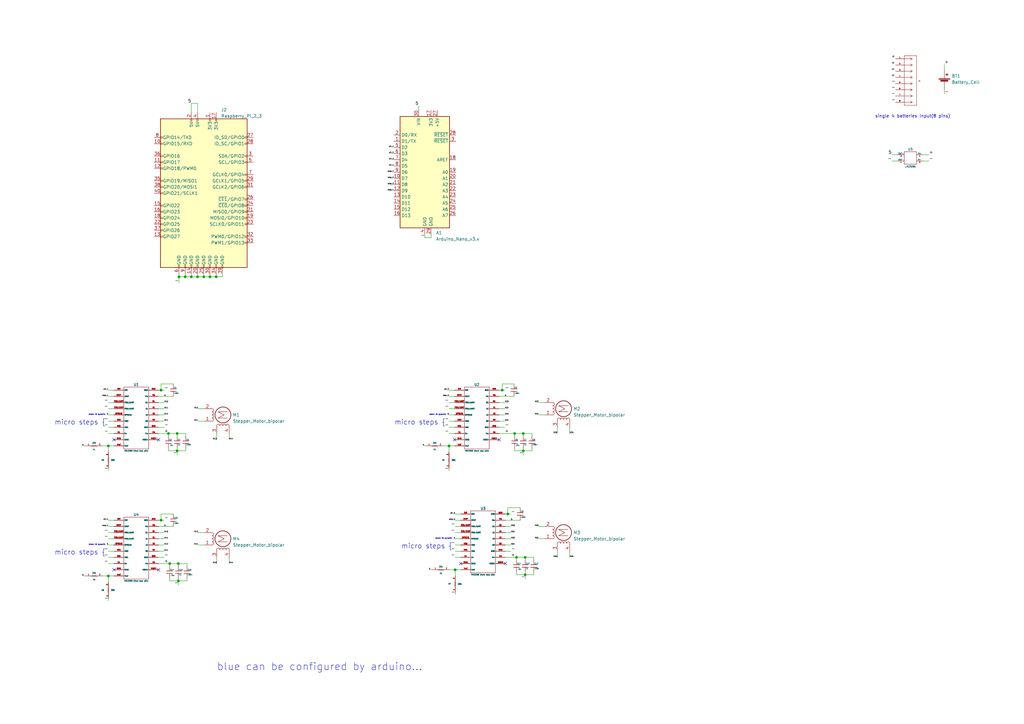
<source format=kicad_sch>
(kicad_sch (version 20211123) (generator eeschema)
  (paper "A3")
  (title_block (title "3D robot project - electronics") (rev "v0.9") (comment 1 "made by:") (comment 2 "AbdAlHaleem Bakkor Mustafa"))
  (lib_symbols
    (symbol "Capacitors:C0603xxxxxxxxxxx" (pin_numbers hide) (pin_names (offset 1.651) hide)
      (property "Reference" "C" (at 0 2.286 0))
      (property "Value" "C0603xxxxxxxxxxx" (at 0 -2.54 0))
      (symbol "C0603xxxxxxxxxxx_1_1"
        (pin unspecified line (at -2.54 0 0) (length 2) (name "") (number "1"))
        (pin unspecified line (at 2.54 0 180) (length 2) (name "2") (number "2"))
      )
    )
    (symbol "Connector:Raspberry_Pi_2_3" (pin_names (offset 1.016))
      (property "Reference" "J" (at -17.78 31.75 0))
      (property "Value" "Raspberry_Pi_2_3" (at 10.16 -31.75 0))
      (symbol "Raspberry_Pi_2_3_1_1"
        (pin power_in line (at 2.54 33.02 270) (length 2.54) (name "3V3") (number "1"))
        (pin bidirectional line (at -20.32 20.32 0) (length 2.54) (name "GPIO15/RXD") (number "10"))
        (pin bidirectional line (at -20.32 12.7 0) (length 2.54) (name "GPIO17") (number "11"))
        (pin bidirectional line (at -20.32 10.16 0) (length 2.54) (name "GPIO18/PWM0") (number "12"))
        (pin bidirectional line (at -20.32 -17.78 0) (length 2.54) (name "GPIO27") (number "13"))
        (pin power_in line (at -5.08 -33.02 90) (length 2.54) (name "GND") (number "14"))
        (pin bidirectional line (at -20.32 -5.08 0) (length 2.54) (name "GPIO22") (number "15"))
        (pin bidirectional line (at -20.32 -7.62 0) (length 2.54) (name "GPIO23") (number "16"))
        (pin power_in line (at 5.08 33.02 270) (length 2.54) (name "3V3") (number "17"))
        (pin bidirectional line (at -20.32 -10.16 0) (length 2.54) (name "GPIO24") (number "18"))
        (pin bidirectional line (at 20.32 -10.16 180) (length 2.54) (name "MOSI0/GPIO10") (number "19"))
        (pin power_in line (at -5.08 33.02 270) (length 2.54) (name "5V") (number "2"))
        (pin power_in line (at -2.54 -33.02 90) (length 2.54) (name "GND") (number "20"))
        (pin bidirectional line (at 20.32 -7.62 180) (length 2.54) (name "MISO0/GPIO9") (number "21"))
        (pin bidirectional line (at -20.32 -12.7 0) (length 2.54) (name "GPIO25") (number "22"))
        (pin bidirectional line (at 20.32 -12.7 180) (length 2.54) (name "SCLK0/GPIO11") (number "23"))
        (pin bidirectional line (at 20.32 -5.08 180) (length 2.54) (name "~{CE0}/GPIO8") (number "24"))
        (pin power_in line (at 0 -33.02 90) (length 2.54) (name "GND") (number "25"))
        (pin bidirectional line (at 20.32 -2.54 180) (length 2.54) (name "~{CE1}/GPIO7") (number "26"))
        (pin bidirectional line (at 20.32 22.86 180) (length 2.54) (name "ID_SD/GPIO0") (number "27"))
        (pin bidirectional line (at 20.32 20.32 180) (length 2.54) (name "ID_SC/GPIO1") (number "28"))
        (pin bidirectional line (at 20.32 5.08 180) (length 2.54) (name "GCLK1/GPIO5") (number "29"))
        (pin bidirectional line (at 20.32 15.24 180) (length 2.54) (name "SDA/GPIO2") (number "3"))
        (pin power_in line (at 2.54 -33.02 90) (length 2.54) (name "GND") (number "30"))
        (pin bidirectional line (at 20.32 2.54 180) (length 2.54) (name "GCLK2/GPIO6") (number "31"))
        (pin bidirectional line (at 20.32 -17.78 180) (length 2.54) (name "PWM0/GPIO12") (number "32"))
        (pin bidirectional line (at 20.32 -20.32 180) (length 2.54) (name "PWM1/GPIO13") (number "33"))
        (pin power_in line (at 5.08 -33.02 90) (length 2.54) (name "GND") (number "34"))
        (pin bidirectional line (at -20.32 5.08 0) (length 2.54) (name "GPIO19/MISO1") (number "35"))
        (pin bidirectional line (at -20.32 15.24 0) (length 2.54) (name "GPIO16") (number "36"))
        (pin bidirectional line (at -20.32 -15.24 0) (length 2.54) (name "GPIO26") (number "37"))
        (pin bidirectional line (at -20.32 2.54 0) (length 2.54) (name "GPIO20/MOSI1") (number "38"))
        (pin power_in line (at 7.62 -33.02 90) (length 2.54) (name "GND") (number "39"))
        (pin power_in line (at -2.54 33.02 270) (length 2.54) (name "5V") (number "4"))
        (pin bidirectional line (at -20.32 0 0) (length 2.54) (name "GPIO21/SCLK1") (number "40"))
        (pin bidirectional line (at 20.32 12.7 180) (length 2.54) (name "SCL/GPIO3") (number "5"))
        (pin power_in line (at -10.16 -33.02 90) (length 2.54) (name "GND") (number "6"))
        (pin bidirectional line (at 20.32 7.62 180) (length 2.54) (name "GCLK0/GPIO4") (number "7"))
        (pin bidirectional line (at -20.32 22.86 0) (length 2.54) (name "GPIO14/TXD") (number "8"))
        (pin power_in line (at -7.62 -33.02 90) (length 2.54) (name "GND") (number "9"))
      )
    )
    (symbol "Connectors:282856-8" (pin_names (offset 0.254) hide)
      (property "Reference" "J" (at 0 12.192 0))
      (symbol "282856-8_1_1"
        (pin unspecified line (at -6.096 8.89 0) (length 3.5) (name "1") (number "1"))
        (pin unspecified line (at -6.096 6.35 0) (length 3.5) (name "2") (number "2"))
        (pin unspecified line (at -6.096 3.81 0) (length 3.5) (name "3") (number "3"))
        (pin unspecified line (at -6.096 1.27 0) (length 3.5) (name "4") (number "4"))
        (pin unspecified line (at -6.096 -1.27 0) (length 3.5) (name "5") (number "5"))
        (pin unspecified line (at -6.096 -3.81 0) (length 3.5) (name "6") (number "6"))
        (pin unspecified line (at -6.096 -6.35 0) (length 3.5) (name "7") (number "7"))
        (pin unspecified line (at -6.096 -8.89 0) (length 3.5) (name "8") (number "8"))
      )
    )
    (symbol "Device:Battery_Cell" (pin_numbers hide) (pin_names (offset 0) hide)
      (property "Reference" "BT" (at 2.54 2.54 0))
      (property "Value" "Battery_Cell" (at 2.54 0 0))
      (symbol "Battery_Cell_1_1"
        (pin passive line (at 0 5.08 270) (length 2.54) (name "+") (number "1"))
        (pin passive line (at 0 -2.54 90) (length 2.54) (name "-") (number "2"))
      )
    )
    (symbol "ICs:LM2596" (pin_names (offset 0))
      (property "Reference" "U" (at 0 3.556 0))
      (property "Value" "LM2596" (at 0 -3.556 0))
      (symbol "LM2596_1_1"
        (pin power_in line (at -5.08 1.27 0) (length 2.5) (name "IN+") (number "1"))
        (pin power_in line (at -5.08 -1.27 0) (length 2.5) (name "IN-") (number "2"))
        (pin power_in line (at 5.08 1.27 180) (length 2.5) (name "OUT+") (number "3"))
        (pin power_in line (at 5.08 -1.27 180) (length 2.5) (name "OUT-") (number "4"))
      )
    )
    (symbol "ICs:TMC2209 silent step stick" (pin_names (offset 0.254))
      (property "Reference" "U" (at 0 12.446 0))
      (property "Value" "TMC2209 silent step stick" (at 0 -14.732 0))
      (symbol "TMC2209 silent step stick_1_1"
        (pin unspecified line (at 9.144 2.54 180) (length 4) (name "A1") (number "A1"))
        (pin unspecified line (at 9.144 0 180) (length 4) (name "A2") (number "A2"))
        (pin unspecified line (at 9.144 5.08 180) (length 4) (name "B1") (number "B1"))
        (pin unspecified line (at 9.144 -2.54 180) (length 4) (name "B2") (number "B2"))
        (pin unspecified line (at -9.144 -10.16 0) (length 4) (name "DIAG") (number "DIAG"))
        (pin unspecified line (at -9.144 10.16 0) (length 4) (name "DIR") (number "DIR"))
        (pin unspecified line (at -9.144 -7.62 0) (length 4) (name "En") (number "En"))
        (pin unspecified line (at 9.144 -5.08 180) (length 4) (name "GND") (number "GND"))
        (pin unspecified line (at 9.144 10.16 180) (length 4) (name "GND") (number "GND"))
        (pin unspecified line (at 9.144 -10.16 180) (length 4) (name "INDEX") (number "INDEX"))
        (pin unspecified line (at -9.144 -5.08 0) (length 4) (name "MS1") (number "MS1"))
        (pin unspecified line (at -9.144 -2.54 0) (length 4) (name "MS2") (number "MS2"))
        (pin unspecified line (at -9.144 2.54 0) (length 4) (name "PDN/UART") (number "PDN/UART"))
        (pin unspecified line (at -9.144 5.08 0) (length 4) (name "PDN/UART") (number "PDN/UART"))
        (pin unspecified line (at -9.144 0 0) (length 4) (name "SPREAD") (number "SPREAD"))
        (pin unspecified line (at -9.144 7.62 0) (length 4) (name "STEP") (number "STEP"))
        (pin unspecified line (at 9.144 7.62 180) (length 4) (name "Vio") (number "Vio"))
        (pin unspecified line (at 9.144 -7.62 180) (length 4) (name "Vm") (number "Vm"))
        (pin unspecified line (at -9.144 -12.7 0) (length 4) (name "Vref") (number "Vref"))
      )
    )
    (symbol "MCU_Module:Arduino_Nano_v3.x"
      (property "Reference" "A" (at -10.16 23.495 0))
      (property "Value" "Arduino_Nano_v3.x" (at 5.08 -24.13 0))
      (symbol "Arduino_Nano_v3.x_1_1"
        (pin bidirectional line (at -12.7 12.7 0) (length 2.54) (name "D1/TX") (number "1"))
        (pin bidirectional line (at -12.7 -2.54 0) (length 2.54) (name "D7") (number "10"))
        (pin bidirectional line (at -12.7 -5.08 0) (length 2.54) (name "D8") (number "11"))
        (pin bidirectional line (at -12.7 -7.62 0) (length 2.54) (name "D9") (number "12"))
        (pin bidirectional line (at -12.7 -10.16 0) (length 2.54) (name "D10") (number "13"))
        (pin bidirectional line (at -12.7 -12.7 0) (length 2.54) (name "D11") (number "14"))
        (pin bidirectional line (at -12.7 -15.24 0) (length 2.54) (name "D12") (number "15"))
        (pin bidirectional line (at -12.7 -17.78 0) (length 2.54) (name "D13") (number "16"))
        (pin power_out line (at 2.54 25.4 270) (length 2.54) (name "3V3") (number "17"))
        (pin input line (at 12.7 5.08 180) (length 2.54) (name "AREF") (number "18"))
        (pin bidirectional line (at 12.7 0 180) (length 2.54) (name "A0") (number "19"))
        (pin bidirectional line (at -12.7 15.24 0) (length 2.54) (name "D0/RX") (number "2"))
        (pin bidirectional line (at 12.7 -2.54 180) (length 2.54) (name "A1") (number "20"))
        (pin bidirectional line (at 12.7 -5.08 180) (length 2.54) (name "A2") (number "21"))
        (pin bidirectional line (at 12.7 -7.62 180) (length 2.54) (name "A3") (number "22"))
        (pin bidirectional line (at 12.7 -10.16 180) (length 2.54) (name "A4") (number "23"))
        (pin bidirectional line (at 12.7 -12.7 180) (length 2.54) (name "A5") (number "24"))
        (pin bidirectional line (at 12.7 -15.24 180) (length 2.54) (name "A6") (number "25"))
        (pin bidirectional line (at 12.7 -17.78 180) (length 2.54) (name "A7") (number "26"))
        (pin power_out line (at 5.08 25.4 270) (length 2.54) (name "+5V") (number "27"))
        (pin input line (at 12.7 15.24 180) (length 2.54) (name "~{RESET}") (number "28"))
        (pin power_in line (at 2.54 -25.4 90) (length 2.54) (name "GND") (number "29"))
        (pin input line (at 12.7 12.7 180) (length 2.54) (name "~{RESET}") (number "3"))
        (pin power_in line (at -2.54 25.4 270) (length 2.54) (name "VIN") (number "30"))
        (pin power_in line (at 0 -25.4 90) (length 2.54) (name "GND") (number "4"))
        (pin bidirectional line (at -12.7 10.16 0) (length 2.54) (name "D2") (number "5"))
        (pin bidirectional line (at -12.7 7.62 0) (length 2.54) (name "D3") (number "6"))
        (pin bidirectional line (at -12.7 5.08 0) (length 2.54) (name "D4") (number "7"))
        (pin bidirectional line (at -12.7 2.54 0) (length 2.54) (name "D5") (number "8"))
        (pin bidirectional line (at -12.7 0 0) (length 2.54) (name "D6") (number "9"))
      )
    )
    (symbol "Motor:Stepper_Motor_bipolar" (pin_names (offset 0) hide)
      (property "Reference" "M" (at 3.81 2.54 0))
      (property "Value" "Stepper_Motor_bipolar" (at 3.81 1.27 0))
      (symbol "Stepper_Motor_bipolar_1_1"
        (pin passive line (at -2.54 7.62 270) (length 2.54) (name "~") (number "1"))
        (pin passive line (at 2.54 7.62 270) (length 2.54) (name "-") (number "2"))
        (pin passive line (at -7.62 2.54 0) (length 2.54) (name "~") (number "3"))
        (pin passive line (at -7.62 -2.54 0) (length 2.54) (name "~") (number "4"))
      )
    )
    (symbol "Resistors:MCR03EZPFX" (pin_names (offset 0))
      (property "Reference" "R" (at 0 1.778 0))
      (property "Value" "MCR03EZPFX" (at 0 -2.032 0))
      (symbol "MCR03EZPFX_1_1"
        (pin passive line (at -3.302 0 0) (length 2) (name "") (number "1"))
        (pin passive line (at 3.302 0 180) (length 2) (name "") (number "2"))
      )
    )
    (symbol "TMC2209 silent step stick_1" (pin_names (offset 0.254))
      (property "Reference" "U" (at 0 12.446 0))
      (property "Value" "TMC2209 silent step stick_1" (at 0 -14.732 0))
      (symbol "TMC2209 silent step stick_1_1_1"
        (pin unspecified line (at 9.144 2.54 180) (length 4) (name "A1") (number "A1"))
        (pin unspecified line (at 9.144 0 180) (length 4) (name "A2") (number "A2"))
        (pin unspecified line (at 9.144 5.08 180) (length 4) (name "B1") (number "B1"))
        (pin unspecified line (at 9.144 -2.54 180) (length 4) (name "B2") (number "B2"))
        (pin unspecified line (at -9.144 -10.16 0) (length 4) (name "DIAG") (number "DIAG"))
        (pin unspecified line (at -9.144 10.16 0) (length 4) (name "DIR") (number "DIR"))
        (pin unspecified line (at -9.144 -7.62 0) (length 4) (name "En") (number "En"))
        (pin unspecified line (at 9.144 -5.08 180) (length 4) (name "GND") (number "GND"))
        (pin unspecified line (at 9.144 10.16 180) (length 4) (name "GND") (number "GND"))
        (pin unspecified line (at 9.144 -10.16 180) (length 4) (name "INDEX") (number "INDEX"))
        (pin unspecified line (at -9.144 -5.08 0) (length 4) (name "MS1") (number "MS1"))
        (pin unspecified line (at -9.144 -2.54 0) (length 4) (name "MS2") (number "MS2"))
        (pin unspecified line (at -9.144 2.54 0) (length 4) (name "PDN/UART") (number "PDN/UART"))
        (pin unspecified line (at -9.144 5.08 0) (length 4) (name "PDN/UART") (number "PDN/UART"))
        (pin unspecified line (at -9.144 0 0) (length 4) (name "SPREAD") (number "SPREAD"))
        (pin unspecified line (at -9.144 7.62 0) (length 4) (name "STEP") (number "STEP"))
        (pin unspecified line (at 9.144 7.62 180) (length 4) (name "Vio") (number "Vio"))
        (pin unspecified line (at 9.144 -7.62 180) (length 4) (name "Vm") (number "Vm"))
        (pin unspecified line (at -9.144 -12.7 0) (length 4) (name "Vref") (number "Vref"))
      )
    )
    (symbol "TMC2209 silent step stick_2" (pin_names (offset 0.254))
      (property "Reference" "U" (at 0 12.446 0))
      (property "Value" "TMC2209 silent step stick_2" (at 0 -14.732 0))
      (symbol "TMC2209 silent step stick_2_1_1"
        (pin unspecified line (at 9.144 2.54 180) (length 4) (name "A1") (number "A1"))
        (pin unspecified line (at 9.144 0 180) (length 4) (name "A2") (number "A2"))
        (pin unspecified line (at 9.144 5.08 180) (length 4) (name "B1") (number "B1"))
        (pin unspecified line (at 9.144 -2.54 180) (length 4) (name "B2") (number "B2"))
        (pin unspecified line (at -9.144 -10.16 0) (length 4) (name "DIAG") (number "DIAG"))
        (pin unspecified line (at -9.144 10.16 0) (length 4) (name "DIR") (number "DIR"))
        (pin unspecified line (at -9.144 -7.62 0) (length 4) (name "En") (number "En"))
        (pin unspecified line (at 9.144 -5.08 180) (length 4) (name "GND") (number "GND"))
        (pin unspecified line (at 9.144 10.16 180) (length 4) (name "GND") (number "GND"))
        (pin unspecified line (at 9.144 -10.16 180) (length 4) (name "INDEX") (number "INDEX"))
        (pin unspecified line (at -9.144 -5.08 0) (length 4) (name "MS1") (number "MS1"))
        (pin unspecified line (at -9.144 -2.54 0) (length 4) (name "MS2") (number "MS2"))
        (pin unspecified line (at -9.144 2.54 0) (length 4) (name "PDN/UART") (number "PDN/UART"))
        (pin unspecified line (at -9.144 5.08 0) (length 4) (name "PDN/UART") (number "PDN/UART"))
        (pin unspecified line (at -9.144 0 0) (length 4) (name "SPREAD") (number "SPREAD"))
        (pin unspecified line (at -9.144 7.62 0) (length 4) (name "STEP") (number "STEP"))
        (pin unspecified line (at 9.144 7.62 180) (length 4) (name "Vio") (number "Vio"))
        (pin unspecified line (at 9.144 -7.62 180) (length 4) (name "Vm") (number "Vm"))
        (pin unspecified line (at -9.144 -12.7 0) (length 4) (name "Vref") (number "Vref"))
      )
    )
    (symbol "TMC2209 silent step stick_3" (pin_names (offset 0.254))
      (property "Reference" "U" (at 0 12.446 0))
      (property "Value" "TMC2209 silent step stick_3" (at 0 -14.732 0))
      (symbol "TMC2209 silent step stick_3_1_1"
        (pin unspecified line (at 9.144 2.54 180) (length 4) (name "A1") (number "A1"))
        (pin unspecified line (at 9.144 0 180) (length 4) (name "A2") (number "A2"))
        (pin unspecified line (at 9.144 5.08 180) (length 4) (name "B1") (number "B1"))
        (pin unspecified line (at 9.144 -2.54 180) (length 4) (name "B2") (number "B2"))
        (pin unspecified line (at -9.144 -10.16 0) (length 4) (name "DIAG") (number "DIAG"))
        (pin unspecified line (at -9.144 10.16 0) (length 4) (name "DIR") (number "DIR"))
        (pin unspecified line (at -9.144 -7.62 0) (length 4) (name "En") (number "En"))
        (pin unspecified line (at 9.144 -5.08 180) (length 4) (name "GND") (number "GND"))
        (pin unspecified line (at 9.144 10.16 180) (length 4) (name "GND") (number "GND"))
        (pin unspecified line (at 9.144 -10.16 180) (length 4) (name "INDEX") (number "INDEX"))
        (pin unspecified line (at -9.144 -5.08 0) (length 4) (name "MS1") (number "MS1"))
        (pin unspecified line (at -9.144 -2.54 0) (length 4) (name "MS2") (number "MS2"))
        (pin unspecified line (at -9.144 2.54 0) (length 4) (name "PDN/UART") (number "PDN/UART"))
        (pin unspecified line (at -9.144 5.08 0) (length 4) (name "PDN/UART") (number "PDN/UART"))
        (pin unspecified line (at -9.144 0 0) (length 4) (name "SPREAD") (number "SPREAD"))
        (pin unspecified line (at -9.144 7.62 0) (length 4) (name "STEP") (number "STEP"))
        (pin unspecified line (at 9.144 7.62 180) (length 4) (name "Vio") (number "Vio"))
        (pin unspecified line (at 9.144 -7.62 180) (length 4) (name "Vm") (number "Vm"))
        (pin unspecified line (at -9.144 -12.7 0) (length 4) (name "Vref") (number "Vref"))
      )
    )
  )
  (junction (at 69.596 231.14))
  (junction (at 78.486 113.538))
  (junction (at 66.04 213.36))
  (junction (at 88.646 113.538))
  (junction (at 44.45 236.22))
  (junction (at 184.15 182.88))
  (junction (at 208.28 210.82))
  (junction (at 211.836 228.6))
  (junction (at 73.406 113.538))
  (junction (at 214.63 184.912))
  (junction (at 205.994 160.02))
  (junction (at 86.106 113.538))
  (junction (at 83.566 113.538))
  (junction (at 73.152 231.14))
  (junction (at 69.088 177.8))
  (junction (at 211.074 177.8))
  (junction (at 44.45 182.88))
  (junction (at 72.644 184.912))
  (junction (at 75.946 113.538))
  (junction (at 214.63 177.8))
  (junction (at 215.392 235.712))
  (junction (at 186.69 233.68))
  (junction (at 81.026 113.538))
  (junction (at 73.152 238.252))
  (junction (at 215.392 228.6))
  (junction (at 72.644 177.8))
  (junction (at 66.04 160.02))
  (no_connect (at 204.724 180.34))
  (no_connect (at 65.024 233.68))
  (no_connect (at 65.024 180.34))
  (no_connect (at 46.736 180.34))
  (no_connect (at 186.436 180.34))
  (no_connect (at 188.976 231.14))
  (no_connect (at 207.264 231.14))
  (no_connect (at 46.736 233.68))
  (wire (pts (xy 65.024 231.14) (xy 69.596 231.14)))
  (wire (pts (xy 44.45 172.72) (xy 46.736 172.72)))
  (wire (pts (xy 66.04 213.36) (xy 67.31 213.36)))
  (wire (pts (xy 215.392 234.696) (xy 215.392 235.712)))
  (wire (pts (xy 186.69 210.82) (xy 188.976 210.82)))
  (wire (pts (xy 44.45 223.52) (xy 46.736 223.52)))
  (wire (pts (xy 220.98 165.1) (xy 223.52 165.1)))
  (wire (pts (xy 207.264 223.52) (xy 209.55 223.52)))
  (wire (pts (xy 44.45 182.88) (xy 44.45 185.42)))
  (wire (pts (xy 78.486 113.538) (xy 75.946 113.538)))
  (wire (pts (xy 218.948 228.6) (xy 218.948 229.616)))
  (wire (pts (xy 88.9 228.6) (xy 88.9 231.14)))
  (wire (pts (xy 44.45 245.364) (xy 44.45 246.38)))
  (wire (pts (xy 378.46 66.04) (xy 381 66.04)))
  (wire (pts (xy 81.28 167.64) (xy 83.82 167.64)))
  (wire (pts (xy 65.024 172.72) (xy 67.31 172.72)))
  (wire (pts (xy 72.644 183.896) (xy 72.644 184.912)))
  (wire (pts (xy 184.15 175.26) (xy 186.436 175.26)))
  (wire (pts (xy 215.392 228.6) (xy 218.948 228.6)))
  (wire (pts (xy 73.152 238.252) (xy 73.152 240.03)))
  (wire (pts (xy 176.784 97.536) (xy 176.784 96.012)))
  (wire (pts (xy 220.98 215.9) (xy 223.52 215.9)))
  (wire (pts (xy 211.836 228.6) (xy 211.836 229.616)))
  (wire (pts (xy 44.45 165.1) (xy 46.736 165.1)))
  (wire (pts (xy 73.406 112.268) (xy 73.406 113.538)))
  (wire (pts (xy 44.45 162.56) (xy 46.736 162.56)))
  (wire (pts (xy 69.596 231.14) (xy 69.596 232.156)))
  (wire (pts (xy 66.04 160.02) (xy 66.04 157.48)))
  (wire (pts (xy 75.946 112.268) (xy 75.946 113.538)))
  (wire (pts (xy 66.04 157.48) (xy 71.12 157.48)))
  (wire (pts (xy 214.63 177.8) (xy 218.186 177.8)))
  (wire (pts (xy 83.566 113.538) (xy 81.026 113.538)))
  (wire (pts (xy 73.152 231.14) (xy 73.152 232.156)))
  (wire (pts (xy 186.69 233.68) (xy 186.69 236.22)))
  (wire (pts (xy 69.596 231.14) (xy 73.152 231.14)))
  (wire (pts (xy 365.76 66.04) (xy 368.3 66.04)))
  (wire (pts (xy 186.69 223.52) (xy 188.976 223.52)))
  (wire (pts (xy 44.45 231.14) (xy 46.736 231.14)))
  (wire (pts (xy 66.04 210.82) (xy 71.12 210.82)))
  (wire (pts (xy 214.63 184.912) (xy 214.63 186.69)))
  (wire (pts (xy 205.994 157.48) (xy 205.994 160.02)))
  (wire (pts (xy 73.152 238.252) (xy 76.708 238.252)))
  (wire (pts (xy 207.264 228.6) (xy 211.836 228.6)))
  (wire (pts (xy 72.644 177.8) (xy 76.2 177.8)))
  (wire (pts (xy 184.15 165.1) (xy 186.436 165.1)))
  (wire (pts (xy 34.29 236.22) (xy 35.306 236.22)))
  (wire (pts (xy 207.264 220.98) (xy 209.55 220.98)))
  (wire (pts (xy 184.15 182.88) (xy 186.436 182.88)))
  (wire (pts (xy 44.45 218.44) (xy 46.736 218.44)))
  (wire (pts (xy 41.91 182.88) (xy 44.45 182.88)))
  (wire (pts (xy 378.46 63.5) (xy 381 63.5)))
  (wire (pts (xy 218.186 177.8) (xy 218.186 178.816)))
  (wire (pts (xy 214.63 183.896) (xy 214.63 184.912)))
  (wire (pts (xy 75.946 113.538) (xy 73.406 113.538)))
  (wire (pts (xy 184.15 182.88) (xy 184.15 185.42)))
  (wire (pts (xy 186.69 220.98) (xy 188.976 220.98)))
  (wire (pts (xy 208.28 208.28) (xy 213.36 208.28)))
  (wire (pts (xy 211.074 177.8) (xy 211.074 178.816)))
  (wire (pts (xy 81.28 223.52) (xy 83.82 223.52)))
  (wire (pts (xy 65.024 162.56) (xy 71.12 162.56)))
  (wire (pts (xy 233.68 175.26) (xy 233.68 177.8)))
  (wire (pts (xy 181.61 182.88) (xy 184.15 182.88)))
  (wire (pts (xy 204.724 175.26) (xy 207.01 175.26)))
  (wire (pts (xy 93.98 177.8) (xy 93.98 180.34)))
  (wire (pts (xy 73.152 231.14) (xy 76.708 231.14)))
  (wire (pts (xy 186.69 215.9) (xy 188.976 215.9)))
  (wire (pts (xy 207.264 226.06) (xy 209.55 226.06)))
  (wire (pts (xy 171.704 43.434) (xy 171.704 45.212)))
  (wire (pts (xy 86.106 113.538) (xy 83.566 113.538)))
  (wire (pts (xy 214.63 184.912) (xy 218.186 184.912)))
  (wire (pts (xy 44.45 213.36) (xy 46.736 213.36)))
  (wire (pts (xy 211.836 235.712) (xy 215.392 235.712)))
  (wire (pts (xy 184.15 192.024) (xy 184.15 193.04)))
  (wire (pts (xy 207.264 213.36) (xy 213.36 213.36)))
  (wire (pts (xy 76.708 238.252) (xy 76.708 237.236)))
  (wire (pts (xy 211.074 184.912) (xy 214.63 184.912)))
  (wire (pts (xy 41.91 236.22) (xy 44.45 236.22)))
  (wire (pts (xy 76.708 231.14) (xy 76.708 232.156)))
  (wire (pts (xy 66.04 213.36) (xy 66.04 210.82)))
  (wire (pts (xy 204.724 172.72) (xy 207.01 172.72)))
  (wire (pts (xy 228.6 175.26) (xy 228.6 177.8)))
  (wire (pts (xy 73.406 113.538) (xy 73.406 116.078)))
  (wire (pts (xy 44.45 192.024) (xy 44.45 193.04)))
  (wire (pts (xy 387.35 26.416) (xy 387.35 28.956)))
  (wire (pts (xy 186.69 228.6) (xy 188.976 228.6)))
  (wire (pts (xy 65.024 223.52) (xy 67.31 223.52)))
  (wire (pts (xy 184.15 233.68) (xy 186.69 233.68)))
  (wire (pts (xy 69.596 238.252) (xy 73.152 238.252)))
  (wire (pts (xy 211.074 183.896) (xy 211.074 184.912)))
  (wire (pts (xy 365.76 63.5) (xy 368.3 63.5)))
  (wire (pts (xy 186.69 218.44) (xy 188.976 218.44)))
  (wire (pts (xy 44.45 226.06) (xy 46.736 226.06)))
  (wire (pts (xy 205.994 160.02) (xy 207.01 160.02)))
  (wire (pts (xy 81.026 42.418) (xy 81.026 46.228)))
  (wire (pts (xy 211.836 228.6) (xy 215.392 228.6)))
  (wire (pts (xy 186.69 226.06) (xy 188.976 226.06)))
  (wire (pts (xy 91.186 113.538) (xy 88.646 113.538)))
  (wire (pts (xy 184.15 167.64) (xy 186.436 167.64)))
  (wire (pts (xy 215.392 228.6) (xy 215.392 229.616)))
  (wire (pts (xy 387.35 36.576) (xy 387.35 38.608)))
  (wire (pts (xy 184.15 170.18) (xy 186.436 170.18)))
  (wire (pts (xy 207.264 210.82) (xy 208.28 210.82)))
  (wire (pts (xy 204.724 165.1) (xy 207.01 165.1)))
  (wire (pts (xy 34.29 182.88) (xy 35.306 182.88)))
  (wire (pts (xy 69.088 177.8) (xy 72.644 177.8)))
  (wire (pts (xy 44.45 182.88) (xy 46.736 182.88)))
  (wire (pts (xy 91.186 112.268) (xy 91.186 113.538)))
  (wire (pts (xy 88.646 113.538) (xy 86.106 113.538)))
  (wire (pts (xy 204.724 160.02) (xy 205.994 160.02)))
  (wire (pts (xy 65.024 167.64) (xy 67.31 167.64)))
  (wire (pts (xy 78.486 42.418) (xy 81.026 42.418)))
  (wire (pts (xy 44.45 170.18) (xy 46.736 170.18)))
  (wire (pts (xy 88.9 177.8) (xy 88.9 180.34)))
  (wire (pts (xy 184.15 160.02) (xy 186.436 160.02)))
  (wire (pts (xy 184.15 172.72) (xy 186.436 172.72)))
  (wire (pts (xy 176.53 233.68) (xy 177.546 233.68)))
  (wire (pts (xy 44.45 215.9) (xy 46.736 215.9)))
  (wire (pts (xy 204.724 177.8) (xy 211.074 177.8)))
  (wire (pts (xy 174.244 96.012) (xy 174.244 97.536)))
  (wire (pts (xy 81.28 172.72) (xy 83.82 172.72)))
  (wire (pts (xy 65.024 226.06) (xy 67.31 226.06)))
  (wire (pts (xy 65.024 218.44) (xy 67.31 218.44)))
  (wire (pts (xy 228.6 226.06) (xy 228.6 228.6)))
  (wire (pts (xy 173.99 182.88) (xy 175.006 182.88)))
  (wire (pts (xy 220.98 170.18) (xy 223.52 170.18)))
  (wire (pts (xy 208.28 210.82) (xy 209.55 210.82)))
  (wire (pts (xy 69.596 237.236) (xy 69.596 238.252)))
  (wire (pts (xy 207.264 218.44) (xy 209.55 218.44)))
  (wire (pts (xy 72.644 184.912) (xy 76.2 184.912)))
  (wire (pts (xy 214.63 177.8) (xy 214.63 178.816)))
  (wire (pts (xy 233.68 226.06) (xy 233.68 228.6)))
  (wire (pts (xy 76.2 184.912) (xy 76.2 183.896)))
  (wire (pts (xy 88.646 112.268) (xy 88.646 113.538)))
  (wire (pts (xy 44.45 236.22) (xy 46.736 236.22)))
  (wire (pts (xy 78.486 112.268) (xy 78.486 113.538)))
  (wire (pts (xy 44.45 228.6) (xy 46.736 228.6)))
  (wire (pts (xy 69.088 183.896) (xy 69.088 184.912)))
  (wire (pts (xy 44.45 175.26) (xy 46.736 175.26)))
  (wire (pts (xy 76.2 177.8) (xy 76.2 178.816)))
  (wire (pts (xy 186.69 213.36) (xy 188.976 213.36)))
  (wire (pts (xy 73.152 237.236) (xy 73.152 238.252)))
  (wire (pts (xy 44.45 160.02) (xy 46.736 160.02)))
  (wire (pts (xy 65.024 228.6) (xy 67.31 228.6)))
  (wire (pts (xy 83.566 112.268) (xy 83.566 113.538)))
  (wire (pts (xy 204.724 170.18) (xy 207.01 170.18)))
  (wire (pts (xy 69.088 177.8) (xy 69.088 178.816)))
  (wire (pts (xy 186.69 233.68) (xy 188.976 233.68)))
  (wire (pts (xy 211.074 177.8) (xy 214.63 177.8)))
  (wire (pts (xy 69.088 184.912) (xy 72.644 184.912)))
  (wire (pts (xy 81.026 113.538) (xy 78.486 113.538)))
  (wire (pts (xy 207.264 215.9) (xy 209.55 215.9)))
  (wire (pts (xy 65.024 220.98) (xy 67.31 220.98)))
  (wire (pts (xy 174.244 97.536) (xy 176.784 97.536)))
  (wire (pts (xy 44.45 177.8) (xy 46.736 177.8)))
  (wire (pts (xy 211.836 234.696) (xy 211.836 235.712)))
  (wire (pts (xy 218.186 184.912) (xy 218.186 183.896)))
  (wire (pts (xy 186.69 242.824) (xy 186.69 243.84)))
  (wire (pts (xy 65.024 177.8) (xy 69.088 177.8)))
  (wire (pts (xy 65.024 165.1) (xy 67.31 165.1)))
  (wire (pts (xy 72.644 184.912) (xy 72.644 186.69)))
  (wire (pts (xy 220.98 220.98) (xy 223.52 220.98)))
  (wire (pts (xy 65.024 175.26) (xy 67.31 175.26)))
  (wire (pts (xy 65.024 170.18) (xy 67.31 170.18)))
  (wire (pts (xy 204.724 167.64) (xy 207.01 167.64)))
  (wire (pts (xy 72.644 177.8) (xy 72.644 178.816)))
  (wire (pts (xy 44.45 167.64) (xy 46.736 167.64)))
  (wire (pts (xy 218.948 235.712) (xy 218.948 234.696)))
  (wire (pts (xy 81.026 112.268) (xy 81.026 113.538)))
  (wire (pts (xy 184.15 177.8) (xy 186.436 177.8)))
  (wire (pts (xy 93.98 228.6) (xy 93.98 231.14)))
  (wire (pts (xy 78.486 42.418) (xy 78.486 46.228)))
  (wire (pts (xy 215.392 235.712) (xy 215.392 237.49)))
  (wire (pts (xy 44.45 220.98) (xy 46.736 220.98)))
  (wire (pts (xy 65.024 213.36) (xy 66.04 213.36)))
  (wire (pts (xy 81.28 218.44) (xy 83.82 218.44)))
  (wire (pts (xy 44.45 236.22) (xy 44.45 238.76)))
  (wire (pts (xy 65.024 215.9) (xy 71.12 215.9)))
  (wire (pts (xy 210.82 157.48) (xy 205.994 157.48)))
  (wire (pts (xy 86.106 112.268) (xy 86.106 113.538)))
  (wire (pts (xy 66.04 160.02) (xy 67.31 160.02)))
  (wire (pts (xy 208.28 210.82) (xy 208.28 208.28)))
  (wire (pts (xy 204.724 162.56) (xy 210.82 162.56)))
  (wire (pts (xy 215.392 235.712) (xy 218.948 235.712)))
  (wire (pts (xy 65.024 160.02) (xy 66.04 160.02)))
  (wire (pts (xy 184.15 162.56) (xy 186.436 162.56)))
  (text "silent VS dynamic" (at 178.562 221.234 0) (effects (font (size 0.5 0.5)) (justify left bottom)))
  (text "silent VS dynamic" (at 36.322 223.774 0) (effects (font (size 0.5 0.5)) (justify left bottom)))
  (text "blue can be configured by arduino..." (at 88.9 275.336 0) (effects (font (size 3 3)) (justify left bottom)))
  (text "silent VS dynamic" (at 176.022 170.434 0) (effects (font (size 0.5 0.5)) (justify left bottom)))
  (text "single 4 batteries input(8 pins)\n" (at 358.902 48.514 0) (effects (font (size 1.27 1.27)) (justify left bottom)))
  (text "micro steps {" (at 22.352 227.838 0) (effects (font (size 2 2)) (justify left bottom)))
  (text "micro steps {" (at 161.798 174.498 0) (effects (font (size 2 2)) (justify left bottom)))
  (text "silent VS dynamic" (at 36.322 170.434 0) (effects (font (size 0.5 0.5)) (justify left bottom)))
  (text "micro steps {" (at 164.592 225.298 0) (effects (font (size 2 2)) (justify left bottom)))
  (text "micro steps {" (at 22.352 174.498 0) (effects (font (size 2 2)) (justify left bottom)))
  (label "+" (at 387.35 26.416 0))
  (label "-" (at 44.45 177.8 180))
  (label "M23" (at 228.6 177.8 180) (effects (font (size 0.5 0.5))))
  (label "5" (at 207.01 162.56 0) (effects (font (size 0.5 0.5))))
  (label "-" (at 186.69 228.6 180))
  (label "dir_2" (at 161.544 62.992 180) (effects (font (size 0.5 0.5))))
  (label "M34" (at 233.68 228.6 0) (effects (font (size 0.5 0.5))))
  (label "-" (at 365.76 66.04 180))
  (label "dir_1" (at 161.544 60.452 180) (effects (font (size 0.5 0.5))))
  (label "-" (at 186.69 218.44 180))
  (label "+" (at 207.01 177.8 0))
  (label "5" (at 186.69 220.98 180) (effects (font (size 0.5 0.5))))
  (label "M24" (at 207.01 172.72 0) (effects (font (size 0.5 0.5))))
  (label "step_4" (at 44.45 215.9 180) (effects (font (size 0.5 0.5))))
  (label "step_4" (at 161.544 78.232 180) (effects (font (size 0.5 0.5))))
  (label "-" (at 381 66.04 0))
  (label "M32" (at 209.55 220.98 0) (effects (font (size 0.5 0.5))))
  (label "-" (at 44.45 228.6 180))
  (label "5" (at 365.76 63.5 180))
  (label "M42" (at 67.31 223.52 0) (effects (font (size 0.5 0.5))))
  (label "M12" (at 67.31 170.18 0) (effects (font (size 0.5 0.5))))
  (label "M43" (at 88.9 231.14 180) (effects (font (size 0.5 0.5))))
  (label "-" (at 44.45 246.38 180))
  (label "-" (at 209.55 210.82 0))
  (label "M42" (at 81.28 218.44 180) (effects (font (size 0.5 0.5))))
  (label "5" (at 176.53 233.68 180) (effects (font (size 0.5 0.5))))
  (label "+" (at 67.31 177.8 0))
  (label "+" (at 367.284 29.21 90))
  (label "5" (at 34.29 236.22 180) (effects (font (size 0.5 0.5))))
  (label "5" (at 67.31 162.56 0) (effects (font (size 0.5 0.5))))
  (label "dir_4" (at 161.544 68.072 180) (effects (font (size 0.5 0.5))))
  (label "M13" (at 67.31 165.1 0) (effects (font (size 0.5 0.5))))
  (label "-" (at 73.406 116.078 180))
  (label "-" (at 67.31 213.36 0))
  (label "dir_1" (at 44.45 160.02 180) (effects (font (size 0.5 0.5))))
  (label "M31" (at 220.98 220.98 180) (effects (font (size 0.5 0.5))))
  (label "-" (at 44.45 220.98 180))
  (label "5" (at 78.486 42.418 180))
  (label "step_1" (at 161.544 70.612 180) (effects (font (size 0.5 0.5))))
  (label "-" (at 184.15 167.64 180))
  (label "-" (at 67.31 228.6 0))
  (label "-" (at 73.152 240.03 180))
  (label "-" (at 207.01 160.02 0))
  (label "-" (at 44.45 193.04 180))
  (label "-" (at 209.55 226.06 0))
  (label "-" (at 186.69 243.84 180))
  (label "-" (at 184.15 193.04 180))
  (label "-" (at 184.15 172.72 180))
  (label "5" (at 67.31 215.9 0) (effects (font (size 0.5 0.5))))
  (label "+" (at 367.284 24.13 180))
  (label "-" (at 44.45 175.26 180))
  (label "-" (at 44.45 172.72 180))
  (label "-" (at 367.284 36.83 180))
  (label "M22" (at 220.98 165.1 180) (effects (font (size 0.5 0.5))))
  (label "step_2" (at 184.15 162.56 180) (effects (font (size 0.5 0.5))))
  (label "-" (at 387.35 38.608 0))
  (label "5" (at 184.15 170.18 180) (effects (font (size 0.5 0.5))))
  (label "-" (at 186.69 226.06 180))
  (label "M21" (at 207.01 167.64 0) (effects (font (size 0.5 0.5))))
  (label "-" (at 207.01 175.26 0))
  (label "M14" (at 93.98 180.34 0) (effects (font (size 0.5 0.5))))
  (label "M14" (at 67.31 172.72 0) (effects (font (size 0.5 0.5))))
  (label "+" (at 67.31 231.14 0))
  (label "M11" (at 81.28 172.72 180) (effects (font (size 0.5 0.5))))
  (label "5" (at 44.45 170.18 180) (effects (font (size 0.5 0.5))))
  (label "M41" (at 67.31 220.98 0) (effects (font (size 0.5 0.5))))
  (label "step_3" (at 186.69 213.36 180) (effects (font (size 0.5 0.5))))
  (label "-" (at 44.45 226.06 180))
  (label "5" (at 171.704 43.434 180))
  (label "-" (at 184.15 165.1 180))
  (label "-" (at 186.69 215.9 180))
  (label "M34" (at 209.55 223.52 0) (effects (font (size 0.5 0.5))))
  (label "-" (at 214.63 186.69 180))
  (label "-" (at 44.45 167.64 180))
  (label "M12" (at 81.28 167.64 180) (effects (font (size 0.5 0.5))))
  (label "M43" (at 67.31 218.44 0) (effects (font (size 0.5 0.5))))
  (label "M22" (at 207.01 170.18 0) (effects (font (size 0.5 0.5))))
  (label "M33" (at 209.55 215.9 0) (effects (font (size 0.5 0.5))))
  (label "M44" (at 93.98 231.14 0) (effects (font (size 0.5 0.5))))
  (label "-" (at 184.15 177.8 180))
  (label "5" (at 209.55 213.36 0) (effects (font (size 0.5 0.5))))
  (label "-" (at 367.284 34.29 180))
  (label "-" (at 367.284 39.37 180))
  (label "5" (at 173.99 182.88 180) (effects (font (size 0.5 0.5))))
  (label "dir_3" (at 161.544 65.532 180) (effects (font (size 0.5 0.5))))
  (label "-" (at 367.284 41.91 180))
  (label "+" (at 367.284 31.75 90))
  (label "5" (at 34.29 182.88 180) (effects (font (size 0.5 0.5))))
  (label "M21" (at 220.98 170.18 180) (effects (font (size 0.5 0.5))))
  (label "-" (at 215.392 237.49 180))
  (label "M13" (at 88.9 180.34 180) (effects (font (size 0.5 0.5))))
  (label "M33" (at 228.6 228.6 180) (effects (font (size 0.5 0.5))))
  (label "-" (at 44.45 165.1 180))
  (label "step_3" (at 161.544 75.692 180) (effects (font (size 0.5 0.5))))
  (label "+" (at 367.284 26.67 90))
  (label "-" (at 184.15 175.26 180))
  (label "M24" (at 233.68 177.8 0) (effects (font (size 0.5 0.5))))
  (label "M41" (at 81.28 223.52 180) (effects (font (size 0.5 0.5))))
  (label "step_1" (at 44.45 162.56 180) (effects (font (size 0.5 0.5))))
  (label "-" (at 72.644 186.69 180))
  (label "M23" (at 207.01 165.1 0) (effects (font (size 0.5 0.5))))
  (label "M31" (at 209.55 218.44 0) (effects (font (size 0.5 0.5))))
  (label "-" (at 44.45 231.14 180))
  (label "+" (at 381 63.5 0))
  (label "dir_4" (at 44.45 213.36 180) (effects (font (size 0.5 0.5))))
  (label "-" (at 44.45 218.44 180))
  (label "M44" (at 67.31 226.06 0) (effects (font (size 0.5 0.5))))
  (label "dir_2" (at 184.15 160.02 180) (effects (font (size 0.5 0.5))))
  (label "-" (at 67.31 160.02 0))
  (label "5" (at 44.45 223.52 180) (effects (font (size 0.5 0.5))))
  (label "step_2" (at 161.544 73.152 180) (effects (font (size 0.5 0.5))))
  (label "-" (at 186.69 223.52 180))
  (label "-" (at 174.244 97.536 180))
  (label "+" (at 209.55 228.6 0))
  (label "M11" (at 67.31 167.64 0) (effects (font (size 0.5 0.5))))
  (label "M32" (at 220.98 215.9 180) (effects (font (size 0.5 0.5))))
  (label "dir_3" (at 186.69 210.82 180) (effects (font (size 0.5 0.5))))
  (label "-" (at 67.31 175.26 0))
  (symbol (lib_id "Device:Battery_Cell") (at 387.35 34.036 0) (unit 1) (in_bom no) (on_board no)
    (property "Reference" "BT1" (at 390.271 31.1693 0) (effects (justify left)))
    (property "Value" "Battery_Cell" (at 390.271 33.7062 0) (effects (justify left)))
    (property "Footprint" "my_footprints:282856-8" (effects hide))
  )
  (symbol (lib_id "Resistors:MCR03EZPFX") (at 38.608 182.88 0) (unit 1)
    (property "Reference" "R1" (at 38.608 184.404 0) (effects (font (size 0.5 0.5))))
    (property "Value" "20k" (at 38.608 181.6585 0) (effects (font (size 0.6 0.6))))
    (property "Footprint" "Resistor_THT:R_Axial_DIN0204_L3.6mm_D1.6mm_P5.08mm_Horizontal" (effects hide))
    (property "Datasheet" "https://fscdn.rohm.com/en/products/databook/datasheet/passive/resistor/chip_resistor/mcr-e.pdf" (effects hide))
  )
  (symbol (lib_id "Capacitors:C0603xxxxxxxxxxx") (at 210.82 160.02 90) (unit 1)
    (property "Reference" "C2" (at 211.074 159.004 90) (effects (font (size 0.5 0.5)) (justify right)))
    (property "Value" "100n" (at 211.074 161.29 90) (effects (font (size 0.5 0.5)) (justify right)))
    (property "Footprint" "Capacitors:R82DCXXXXCK50K" (effects hide))
    (property "Datasheet" "https://connect.kemet.com:7667/gateway/IntelliData-ComponentDocumentation/1.0/download/datasheet/C0603X105J4RACTU.pdf" (effects hide))
  )
  (symbol (lib_id "Resistors:MCR03EZPFX") (at 186.69 239.522 90) (unit 1)
    (property "Reference" "R7" (at 183.896 239.522 90) (effects (font (size 0.5 0.5)) (justify right)))
    (property "Value" "20k" (at 187.706 239.522 90) (effects (font (size 0.6 0.6)) (justify right)))
    (property "Footprint" "Resistor_THT:R_Axial_DIN0204_L3.6mm_D1.6mm_P5.08mm_Horizontal" (effects hide))
    (property "Datasheet" "https://fscdn.rohm.com/en/products/databook/datasheet/passive/resistor/chip_resistor/mcr-e.pdf" (effects hide))
  )
  (symbol (lib_id "Motor:Stepper_Motor_bipolar") (at 231.14 167.64 90) (unit 1)
    (property "Reference" "M2" (at 235.1532 167.6562 90) (effects (justify right)))
    (property "Value" "Stepper_Motor_bipolar" (at 235.1532 170.1931 90) (effects (justify right)))
    (property "Footprint" "Connectors:1-350944-0" (effects hide))
    (property "Datasheet" "http://www.infineon.com/dgdl/Application-Note-TLE8110EE_driving_UniPolarStepperMotor_V1.1.pdf?fileId=db3a30431be39b97011be5d0aa0a00b0" (effects hide))
  )
  (symbol (lib_id "Capacitors:C0603xxxxxxxxxxx") (at 211.836 232.156 90) (unit 1)
    (property "Reference" "C11" (at 212.09 231.14 90) (effects (font (size 0.5 0.5)) (justify right)))
    (property "Value" "10u" (at 212.344 233.426 90) (effects (font (size 0.5 0.5)) (justify right)))
    (property "Footprint" "Capacitors:R82DCXXXXCK50K" (effects hide))
    (property "Datasheet" "https://connect.kemet.com:7667/gateway/IntelliData-ComponentDocumentation/1.0/download/datasheet/C0603X105J4RACTU.pdf" (effects hide))
  )
  (symbol (lib_id "Capacitors:C0603xxxxxxxxxxx") (at 72.644 181.356 90) (unit 1)
    (property "Reference" "C4" (at 72.898 180.34 90) (effects (font (size 0.5 0.5)) (justify right)))
    (property "Value" "1u" (at 72.898 182.372 90) (effects (font (size 0.5 0.5)) (justify right)))
    (property "Footprint" "Capacitors:R82DCXXXXCK50K" (effects hide))
    (property "Datasheet" "https://connect.kemet.com:7667/gateway/IntelliData-ComponentDocumentation/1.0/download/datasheet/C0603X105J4RACTU.pdf" (effects hide))
  )
  (symbol (lib_id "Resistors:MCR03EZPFX") (at 178.308 182.88 0) (unit 1)
    (property "Reference" "R2" (at 178.308 184.404 0) (effects (font (size 0.5 0.5))))
    (property "Value" "20k" (at 178.308 181.6585 0) (effects (font (size 0.6 0.6))))
    (property "Footprint" "Resistor_THT:R_Axial_DIN0204_L3.6mm_D1.6mm_P5.08mm_Horizontal" (effects hide))
    (property "Datasheet" "https://fscdn.rohm.com/en/products/databook/datasheet/passive/resistor/chip_resistor/mcr-e.pdf" (effects hide))
  )
  (symbol (lib_id "Resistors:MCR03EZPFX") (at 44.45 242.062 90) (unit 1)
    (property "Reference" "R8" (at 41.656 242.062 90) (effects (font (size 0.5 0.5)) (justify right)))
    (property "Value" "20k" (at 45.466 242.062 90) (effects (font (size 0.6 0.6)) (justify right)))
    (property "Footprint" "Resistor_THT:R_Axial_DIN0204_L3.6mm_D1.6mm_P5.08mm_Horizontal" (effects hide))
    (property "Datasheet" "https://fscdn.rohm.com/en/products/databook/datasheet/passive/resistor/chip_resistor/mcr-e.pdf" (effects hide))
  )
  (symbol (lib_id "Capacitors:C0603xxxxxxxxxxx") (at 69.596 234.696 90) (unit 1)
    (property "Reference" "C14" (at 69.85 233.68 90) (effects (font (size 0.5 0.5)) (justify right)))
    (property "Value" "10u" (at 70.104 235.966 90) (effects (font (size 0.5 0.5)) (justify right)))
    (property "Footprint" "Capacitors:R82DCXXXXCK50K" (effects hide))
    (property "Datasheet" "https://connect.kemet.com:7667/gateway/IntelliData-ComponentDocumentation/1.0/download/datasheet/C0603X105J4RACTU.pdf" (effects hide))
  )
  (symbol (lib_id "Motor:Stepper_Motor_bipolar") (at 91.44 220.98 90) (unit 1)
    (property "Reference" "M4" (at 95.4532 220.9962 90) (effects (justify right)))
    (property "Value" "Stepper_Motor_bipolar" (at 95.4532 223.5331 90) (effects (justify right)))
    (property "Footprint" "Connectors:1-350944-0" (effects hide))
    (property "Datasheet" "http://www.infineon.com/dgdl/Application-Note-TLE8110EE_driving_UniPolarStepperMotor_V1.1.pdf?fileId=db3a30431be39b97011be5d0aa0a00b0" (effects hide))
  )
  (symbol (lib_id "MCU_Module:Arduino_Nano_v3.x") (at 174.244 70.612 0) (unit 1)
    (property "Reference" "A1" (at 178.8034 95.5024 0) (effects (justify left)))
    (property "Value" "Arduino_Nano_v3.x" (at 178.8034 98.0393 0) (effects (justify left)))
    (property "Footprint" "Module:Arduino_Nano" (effects hide))
    (property "Datasheet" "http://www.mouser.com/pdfdocs/Gravitech_Arduino_Nano3_0.pdf" (effects hide))
  )
  (symbol (lib_id "Connector:Raspberry_Pi_2_3") (at 83.566 79.248 0) (unit 1)
    (property "Reference" "J2" (at 90.6654 45.0682 0) (effects (justify left)))
    (property "Value" "Raspberry_Pi_2_3" (at 90.6654 47.6051 0) (effects (justify left)))
    (property "Footprint" "Modules:Raspberry pi 4" (effects hide))
    (property "Datasheet" "https://www.raspberrypi.org/documentation/hardware/raspberrypi/schematics/rpi_SCH_3bplus_1p0_reduced.pdf" (effects hide))
  )
  (symbol (lib_id "Capacitors:C0603xxxxxxxxxxx") (at 213.36 210.82 90) (unit 1)
    (property "Reference" "C9" (at 213.614 209.804 90) (effects (font (size 0.5 0.5)) (justify right)))
    (property "Value" "100n" (at 213.614 212.09 90) (effects (font (size 0.5 0.5)) (justify right)))
    (property "Footprint" "Capacitors:R82DCXXXXCK50K" (effects hide))
    (property "Datasheet" "https://connect.kemet.com:7667/gateway/IntelliData-ComponentDocumentation/1.0/download/datasheet/C0603X105J4RACTU.pdf" (effects hide))
  )
  (symbol (lib_id "Capacitors:C0603xxxxxxxxxxx") (at 71.12 213.36 90) (unit 1)
    (property "Reference" "C10" (at 71.374 212.344 90) (effects (font (size 0.5 0.5)) (justify right)))
    (property "Value" "100n" (at 71.374 214.63 90) (effects (font (size 0.5 0.5)) (justify right)))
    (property "Footprint" "Capacitors:R82DCXXXXCK50K" (effects hide))
    (property "Datasheet" "https://connect.kemet.com:7667/gateway/IntelliData-ComponentDocumentation/1.0/download/datasheet/C0603X105J4RACTU.pdf" (effects hide))
  )
  (symbol (lib_id "ICs:LM2596") (at 373.38 64.77 0) (mirror y) (unit 1)
    (property "Reference" "U5" (at 373.38 61.214 0) (effects (font (size 1 1))))
    (property "Value" "LM2596" (at 373.38 68.326 0) (effects (font (size 0.75 0.75))))
    (property "Footprint" "base TH:LM2596" (effects hide))
  )
  (symbol (lib_id "Capacitors:C0603xxxxxxxxxxx") (at 215.392 232.156 90) (unit 1)
    (property "Reference" "C12" (at 215.646 231.14 90) (effects (font (size 0.5 0.5)) (justify right)))
    (property "Value" "1u" (at 215.646 233.172 90) (effects (font (size 0.5 0.5)) (justify right)))
    (property "Footprint" "Capacitors:R82DCXXXXCK50K" (effects hide))
    (property "Datasheet" "https://connect.kemet.com:7667/gateway/IntelliData-ComponentDocumentation/1.0/download/datasheet/C0603X105J4RACTU.pdf" (effects hide))
  )
  (symbol (lib_id "Motor:Stepper_Motor_bipolar") (at 231.14 218.44 90) (unit 1)
    (property "Reference" "M3" (at 235.1532 218.4562 90) (effects (justify right)))
    (property "Value" "Stepper_Motor_bipolar" (at 235.1532 220.9931 90) (effects (justify right)))
    (property "Footprint" "Connectors:1-350944-0" (effects hide))
    (property "Datasheet" "http://www.infineon.com/dgdl/Application-Note-TLE8110EE_driving_UniPolarStepperMotor_V1.1.pdf?fileId=db3a30431be39b97011be5d0aa0a00b0" (effects hide))
  )
  (symbol (lib_id "Resistors:MCR03EZPFX") (at 38.608 236.22 0) (unit 1)
    (property "Reference" "R6" (at 38.608 237.744 0) (effects (font (size 0.5 0.5))))
    (property "Value" "20k" (at 38.608 234.9985 0) (effects (font (size 0.6 0.6))))
    (property "Footprint" "Resistor_THT:R_Axial_DIN0204_L3.6mm_D1.6mm_P5.08mm_Horizontal" (effects hide))
    (property "Datasheet" "https://fscdn.rohm.com/en/products/databook/datasheet/passive/resistor/chip_resistor/mcr-e.pdf" (effects hide))
  )
  (symbol (lib_id "Capacitors:C0603xxxxxxxxxxx") (at 211.074 181.356 90) (unit 1)
    (property "Reference" "C6" (at 211.328 180.34 90) (effects (font (size 0.5 0.5)) (justify right)))
    (property "Value" "10u" (at 211.582 182.626 90) (effects (font (size 0.5 0.5)) (justify right)))
    (property "Footprint" "Capacitors:R82DCXXXXCK50K" (effects hide))
    (property "Datasheet" "https://connect.kemet.com:7667/gateway/IntelliData-ComponentDocumentation/1.0/download/datasheet/C0603X105J4RACTU.pdf" (effects hide))
  )
  (symbol (lib_id "Capacitors:C0603xxxxxxxxxxx") (at 218.186 181.356 90) (unit 1)
    (property "Reference" "C8" (at 218.44 180.34 90) (effects (font (size 0.5 0.5)) (justify right)))
    (property "Value" "100n" (at 218.44 182.372 90) (effects (font (size 0.5 0.5)) (justify right)))
    (property "Footprint" "Capacitors:R82DCXXXXCK50K" (effects hide))
    (property "Datasheet" "https://connect.kemet.com:7667/gateway/IntelliData-ComponentDocumentation/1.0/download/datasheet/C0603X105J4RACTU.pdf" (effects hide))
  )
  (symbol (lib_name "TMC2209 silent step stick_1") (lib_id "ICs:TMC2209 silent step stick") (at 55.88 170.18 0) (unit 1)
    (property "Reference" "U1" (at 55.88 157.734 0) (effects (font (size 1 1))))
    (property "Value" "TMC2209 silent step stick" (at 55.88 184.912 0) (effects (font (size 0.5 0.5))))
    (property "Footprint" "ICs:TMC2209 silent step stick" (effects hide))
    (property "Datasheet" "https://www.trinamic.com/fileadmin/assets/Products/ICs_Documents/TMC2209_SilentStepStick_datasheet_Rev1.20.pdf" (effects hide))
  )
  (symbol (lib_id "Capacitors:C0603xxxxxxxxxxx") (at 76.2 181.356 90) (unit 1)
    (property "Reference" "C5" (at 76.454 180.34 90) (effects (font (size 0.5 0.5)) (justify right)))
    (property "Value" "100n" (at 76.454 182.372 90) (effects (font (size 0.5 0.5)) (justify right)))
    (property "Footprint" "Capacitors:R82DCXXXXCK50K" (effects hide))
    (property "Datasheet" "https://connect.kemet.com:7667/gateway/IntelliData-ComponentDocumentation/1.0/download/datasheet/C0603X105J4RACTU.pdf" (effects hide))
  )
  (symbol (lib_id "Capacitors:C0603xxxxxxxxxxx") (at 218.948 232.156 90) (unit 1)
    (property "Reference" "C13" (at 219.202 231.14 90) (effects (font (size 0.5 0.5)) (justify right)))
    (property "Value" "100n" (at 219.202 233.172 90) (effects (font (size 0.5 0.5)) (justify right)))
    (property "Footprint" "Capacitors:R82DCXXXXCK50K" (effects hide))
    (property "Datasheet" "https://connect.kemet.com:7667/gateway/IntelliData-ComponentDocumentation/1.0/download/datasheet/C0603X105J4RACTU.pdf" (effects hide))
  )
  (symbol (lib_name "TMC2209 silent step stick_3") (lib_id "ICs:TMC2209 silent step stick") (at 195.58 170.18 0) (unit 1)
    (property "Reference" "U2" (at 195.58 157.734 0) (effects (font (size 1 1))))
    (property "Value" "TMC2209 silent step stick" (at 195.58 184.912 0) (effects (font (size 0.5 0.5))))
    (property "Footprint" "ICs:TMC2209 silent step stick" (effects hide))
    (property "Datasheet" "https://www.trinamic.com/fileadmin/assets/Products/ICs_Documents/TMC2209_SilentStepStick_datasheet_Rev1.20.pdf" (effects hide))
  )
  (symbol (lib_id "Motor:Stepper_Motor_bipolar") (at 91.44 170.18 90) (unit 1)
    (property "Reference" "M1" (at 95.4532 170.1962 90) (effects (justify right)))
    (property "Value" "Stepper_Motor_bipolar" (at 95.4532 172.7331 90) (effects (justify right)))
    (property "Footprint" "Connectors:1-350944-0" (effects hide))
    (property "Datasheet" "http://www.infineon.com/dgdl/Application-Note-TLE8110EE_driving_UniPolarStepperMotor_V1.1.pdf?fileId=db3a30431be39b97011be5d0aa0a00b0" (effects hide))
  )
  (symbol (lib_id "Resistors:MCR03EZPFX") (at 184.15 188.722 90) (unit 1)
    (property "Reference" "R4" (at 181.356 188.722 90) (effects (font (size 0.5 0.5)) (justify right)))
    (property "Value" "20k" (at 185.166 188.722 90) (effects (font (size 0.6 0.6)) (justify right)))
    (property "Footprint" "Resistor_THT:R_Axial_DIN0204_L3.6mm_D1.6mm_P5.08mm_Horizontal" (effects hide))
    (property "Datasheet" "https://fscdn.rohm.com/en/products/databook/datasheet/passive/resistor/chip_resistor/mcr-e.pdf" (effects hide))
  )
  (symbol (lib_id "Connectors:282856-8") (at 373.38 33.02 0) (unit 1)
    (property "Reference" "J1" (at 376.6185 33.1908 0) (effects (font (size 0.5 0.5)) (justify left)))
    (property "Value" "282856-8" (effects hide))
    (property "Footprint" "Connectors:282856-8" (effects hide))
    (property "Datasheet" "https://www.te.com/global-en/product-1986715-8.datasheet.pdf" (effects hide))
  )
  (symbol (lib_id "Capacitors:C0603xxxxxxxxxxx") (at 214.63 181.356 90) (unit 1)
    (property "Reference" "C7" (at 214.884 180.34 90) (effects (font (size 0.5 0.5)) (justify right)))
    (property "Value" "1u" (at 214.884 182.372 90) (effects (font (size 0.5 0.5)) (justify right)))
    (property "Footprint" "Capacitors:R82DCXXXXCK50K" (effects hide))
    (property "Datasheet" "https://connect.kemet.com:7667/gateway/IntelliData-ComponentDocumentation/1.0/download/datasheet/C0603X105J4RACTU.pdf" (effects hide))
  )
  (symbol (lib_id "Capacitors:C0603xxxxxxxxxxx") (at 69.088 181.356 90) (unit 1)
    (property "Reference" "C3" (at 69.342 180.34 90) (effects (font (size 0.5 0.5)) (justify right)))
    (property "Value" "10u" (at 69.596 182.626 90) (effects (font (size 0.5 0.5)) (justify right)))
    (property "Footprint" "Capacitors:R82DCXXXXCK50K" (effects hide))
    (property "Datasheet" "https://connect.kemet.com:7667/gateway/IntelliData-ComponentDocumentation/1.0/download/datasheet/C0603X105J4RACTU.pdf" (effects hide))
  )
  (symbol (lib_id "Resistors:MCR03EZPFX") (at 44.45 188.722 90) (unit 1)
    (property "Reference" "R3" (at 41.656 188.722 90) (effects (font (size 0.5 0.5)) (justify right)))
    (property "Value" "20k" (at 45.466 188.722 90) (effects (font (size 0.6 0.6)) (justify right)))
    (property "Footprint" "Resistor_THT:R_Axial_DIN0204_L3.6mm_D1.6mm_P5.08mm_Horizontal" (effects hide))
    (property "Datasheet" "https://fscdn.rohm.com/en/products/databook/datasheet/passive/resistor/chip_resistor/mcr-e.pdf" (effects hide))
  )
  (symbol (lib_id "Capacitors:C0603xxxxxxxxxxx") (at 71.12 160.02 90) (unit 1)
    (property "Reference" "C1" (at 71.374 159.004 90) (effects (font (size 0.5 0.5)) (justify right)))
    (property "Value" "100n" (at 71.374 161.29 90) (effects (font (size 0.5 0.5)) (justify right)))
    (property "Footprint" "Capacitors:R82DCXXXXCK50K" (effects hide))
    (property "Datasheet" "https://connect.kemet.com:7667/gateway/IntelliData-ComponentDocumentation/1.0/download/datasheet/C0603X105J4RACTU.pdf" (effects hide))
  )
  (symbol (lib_id "ICs:TMC2209 silent step stick") (at 198.12 220.98 0) (unit 1)
    (property "Reference" "U3" (at 198.12 208.534 0) (effects (font (size 1 1))))
    (property "Value" "TMC2209 silent step stick" (at 198.12 235.712 0) (effects (font (size 0.5 0.5))))
    (property "Footprint" "ICs:TMC2209 silent step stick" (effects hide))
    (property "Datasheet" "https://www.trinamic.com/fileadmin/assets/Products/ICs_Documents/TMC2209_SilentStepStick_datasheet_Rev1.20.pdf" (effects hide))
  )
  (symbol (lib_id "Capacitors:C0603xxxxxxxxxxx") (at 76.708 234.696 90) (unit 1)
    (property "Reference" "C16" (at 76.962 233.68 90) (effects (font (size 0.5 0.5)) (justify right)))
    (property "Value" "100n" (at 76.962 235.712 90) (effects (font (size 0.5 0.5)) (justify right)))
    (property "Footprint" "Capacitors:R82DCXXXXCK50K" (effects hide))
    (property "Datasheet" "https://connect.kemet.com:7667/gateway/IntelliData-ComponentDocumentation/1.0/download/datasheet/C0603X105J4RACTU.pdf" (effects hide))
  )
  (symbol (lib_id "Resistors:MCR03EZPFX") (at 180.848 233.68 0) (unit 1)
    (property "Reference" "R5" (at 180.848 235.204 0) (effects (font (size 0.5 0.5))))
    (property "Value" "20k" (at 180.848 232.4585 0) (effects (font (size 0.6 0.6))))
    (property "Footprint" "Resistor_THT:R_Axial_DIN0204_L3.6mm_D1.6mm_P5.08mm_Horizontal" (effects hide))
    (property "Datasheet" "https://fscdn.rohm.com/en/products/databook/datasheet/passive/resistor/chip_resistor/mcr-e.pdf" (effects hide))
  )
  (symbol (lib_name "TMC2209 silent step stick_2") (lib_id "ICs:TMC2209 silent step stick") (at 55.88 223.52 0) (unit 1)
    (property "Reference" "U4" (at 55.88 211.074 0) (effects (font (size 1 1))))
    (property "Value" "TMC2209 silent step stick" (at 55.88 238.252 0) (effects (font (size 0.5 0.5))))
    (property "Footprint" "ICs:TMC2209 silent step stick" (effects hide))
    (property "Datasheet" "https://www.trinamic.com/fileadmin/assets/Products/ICs_Documents/TMC2209_SilentStepStick_datasheet_Rev1.20.pdf" (effects hide))
  )
  (symbol (lib_id "Capacitors:C0603xxxxxxxxxxx") (at 73.152 234.696 90) (unit 1)
    (property "Reference" "C15" (at 73.406 233.68 90) (effects (font (size 0.5 0.5)) (justify right)))
    (property "Value" "1u" (at 73.406 235.712 90) (effects (font (size 0.5 0.5)) (justify right)))
    (property "Footprint" "Capacitors:R82DCXXXXCK50K" (effects hide))
    (property "Datasheet" "https://connect.kemet.com:7667/gateway/IntelliData-ComponentDocumentation/1.0/download/datasheet/C0603X105J4RACTU.pdf" (effects hide))
  )
)
</source>
